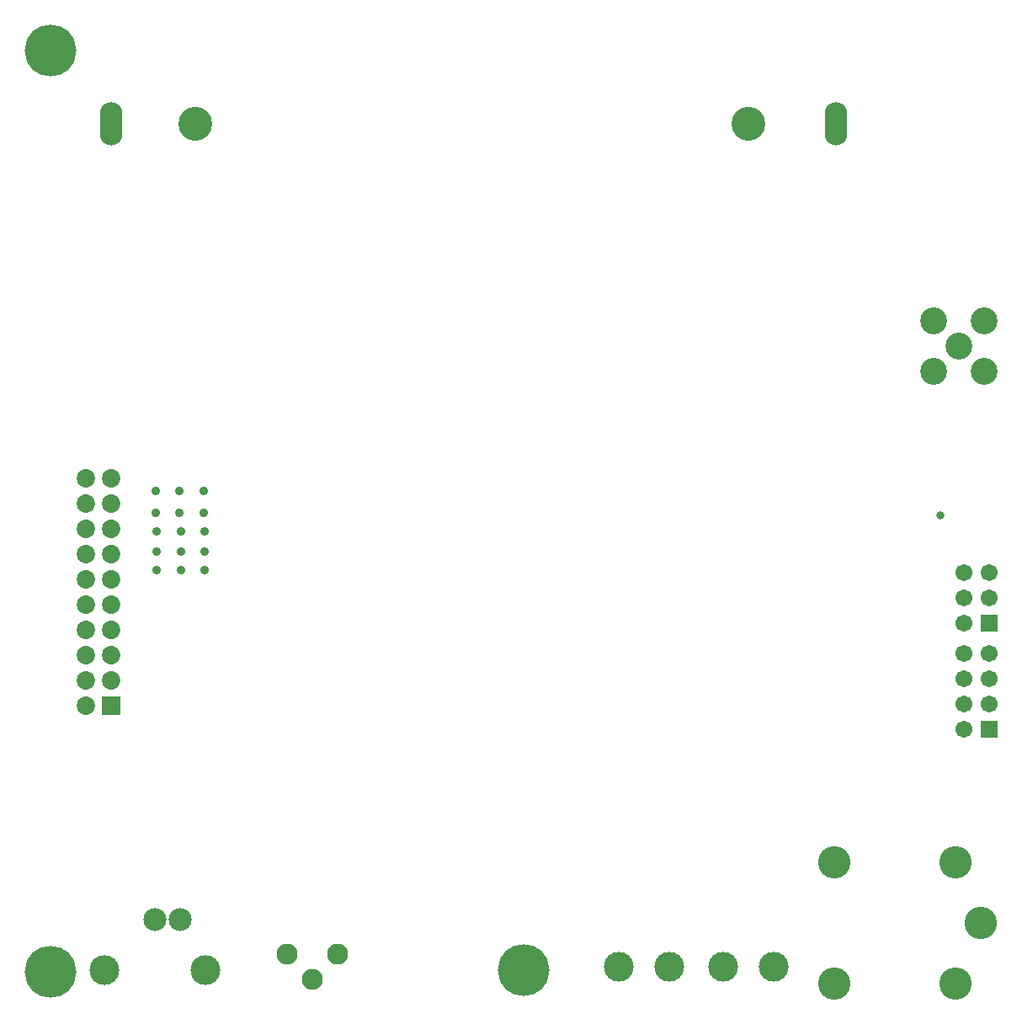
<source format=gbs>
G04*
G04 #@! TF.GenerationSoftware,Altium Limited,Altium Designer,21.0.8 (223)*
G04*
G04 Layer_Color=16711935*
%FSTAX24Y24*%
%MOIN*%
G70*
G04*
G04 #@! TF.SameCoordinates,6FDD5C99-857A-4E56-A0FC-F6C85F5CD364*
G04*
G04*
G04 #@! TF.FilePolarity,Negative*
G04*
G01*
G75*
%ADD119C,0.1180*%
%ADD120C,0.1182*%
%ADD121C,0.0907*%
%ADD122C,0.2049*%
%ADD123C,0.1340*%
%ADD124O,0.0895X0.1710*%
%ADD125C,0.1280*%
%ADD126C,0.0671*%
%ADD127R,0.0671X0.0671*%
%ADD128C,0.1064*%
%ADD129R,0.0730X0.0730*%
%ADD130C,0.0730*%
%ADD131C,0.0830*%
%ADD132C,0.0316*%
%ADD133C,0.0356*%
D119*
X035952Y011526D02*
D03*
X033952D02*
D03*
X038078D02*
D03*
X040078D02*
D03*
D120*
X017591Y011372D02*
D03*
X013591D02*
D03*
D121*
X016591Y013372D02*
D03*
X015591D02*
D03*
D122*
X030197Y011378D02*
D03*
X011449Y011307D02*
D03*
X011457Y047795D02*
D03*
D123*
X039098Y044882D02*
D03*
X017203D02*
D03*
D124*
X042559D02*
D03*
X013858D02*
D03*
D125*
X04729Y015657D02*
D03*
X04249Y010857D02*
D03*
X04829Y013257D02*
D03*
X04249Y015657D02*
D03*
X04729Y010857D02*
D03*
D126*
X047622Y027126D02*
D03*
Y026126D02*
D03*
Y025126D02*
D03*
X048622Y027126D02*
D03*
Y026126D02*
D03*
Y021929D02*
D03*
Y022929D02*
D03*
Y023929D02*
D03*
X047622Y020929D02*
D03*
Y021929D02*
D03*
Y022929D02*
D03*
Y023929D02*
D03*
D127*
X048622Y025126D02*
D03*
Y020929D02*
D03*
D128*
X046425Y037079D02*
D03*
Y035079D02*
D03*
X048425D02*
D03*
Y037079D02*
D03*
X047425Y036079D02*
D03*
D129*
X01385Y02185D02*
D03*
D130*
X01285D02*
D03*
X01385Y02285D02*
D03*
X01285D02*
D03*
X01385Y02385D02*
D03*
X01285D02*
D03*
X01385Y02485D02*
D03*
X01285D02*
D03*
X01385Y02585D02*
D03*
X01285D02*
D03*
X01385Y02685D02*
D03*
X01285D02*
D03*
X01385Y02785D02*
D03*
X01285D02*
D03*
X01385Y02885D02*
D03*
X01285D02*
D03*
X01385Y02985D02*
D03*
X01285D02*
D03*
X01385Y03085D02*
D03*
X01285D02*
D03*
D131*
X020827Y012008D02*
D03*
X022827D02*
D03*
X021827Y011008D02*
D03*
D132*
X046693Y02937D02*
D03*
D133*
X016614Y027968D02*
D03*
X01566Y02874D02*
D03*
X01752Y030354D02*
D03*
X016575Y029496D02*
D03*
X01562D02*
D03*
X01752D02*
D03*
X017559Y027205D02*
D03*
Y027968D02*
D03*
X01562Y030354D02*
D03*
X016614Y027205D02*
D03*
X01566Y027968D02*
D03*
Y027205D02*
D03*
X017559Y02874D02*
D03*
X016575Y030354D02*
D03*
X016614Y02874D02*
D03*
M02*

</source>
